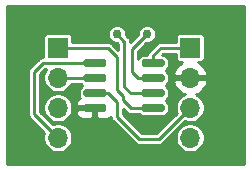
<source format=gtl>
%TF.GenerationSoftware,KiCad,Pcbnew,5.1.7+dfsg1-1*%
%TF.CreationDate,2020-10-30T20:21:54-04:00*%
%TF.ProjectId,fpga-game,66706761-2d67-4616-9d65-2e6b69636164,rev?*%
%TF.SameCoordinates,Original*%
%TF.FileFunction,Copper,L1,Top*%
%TF.FilePolarity,Positive*%
%FSLAX46Y46*%
G04 Gerber Fmt 4.6, Leading zero omitted, Abs format (unit mm)*
G04 Created by KiCad (PCBNEW 5.1.7+dfsg1-1) date 2020-10-30 20:21:54*
%MOMM*%
%LPD*%
G01*
G04 APERTURE LIST*
%TA.AperFunction,ComponentPad*%
%ADD10R,1.700000X1.700000*%
%TD*%
%TA.AperFunction,ComponentPad*%
%ADD11O,1.700000X1.700000*%
%TD*%
%TA.AperFunction,ViaPad*%
%ADD12C,0.762000*%
%TD*%
%TA.AperFunction,Conductor*%
%ADD13C,0.254000*%
%TD*%
%TA.AperFunction,Conductor*%
%ADD14C,0.250000*%
%TD*%
%TA.AperFunction,Conductor*%
%ADD15C,0.100000*%
%TD*%
G04 APERTURE END LIST*
D10*
%TO.P,J1,1*%
%TO.N,Net-(J1-Pad1)*%
X155027000Y-96400000D03*
D11*
%TO.P,J1,2*%
%TO.N,Net-(J1-Pad2)*%
X155027000Y-98940000D03*
%TO.P,J1,3*%
%TO.N,Net-(J1-Pad3)*%
X155027000Y-101480000D03*
%TO.P,J1,4*%
%TO.N,Net-(J1-Pad4)*%
X155027000Y-104020000D03*
%TD*%
%TO.P,J2,4*%
%TO.N,Net-(J2-Pad4)*%
X166227000Y-104020000D03*
%TO.P,J2,3*%
%TO.N,Net-(J2-Pad3)*%
X166227000Y-101480000D03*
%TO.P,J2,2*%
%TO.N,Net-(J2-Pad2)*%
X166227000Y-98940000D03*
D10*
%TO.P,J2,1*%
%TO.N,Net-(J2-Pad1)*%
X166227000Y-96400000D03*
%TD*%
%TO.P,U1,1*%
%TO.N,Net-(J1-Pad4)*%
%TA.AperFunction,SMDPad,CuDef*%
G36*
G01*
X157177000Y-97845000D02*
X157177000Y-97545000D01*
G75*
G02*
X157327000Y-97395000I150000J0D01*
G01*
X158977000Y-97395000D01*
G75*
G02*
X159127000Y-97545000I0J-150000D01*
G01*
X159127000Y-97845000D01*
G75*
G02*
X158977000Y-97995000I-150000J0D01*
G01*
X157327000Y-97995000D01*
G75*
G02*
X157177000Y-97845000I0J150000D01*
G01*
G37*
%TD.AperFunction*%
%TO.P,U1,2*%
%TO.N,Net-(J1-Pad2)*%
%TA.AperFunction,SMDPad,CuDef*%
G36*
G01*
X157177000Y-99115000D02*
X157177000Y-98815000D01*
G75*
G02*
X157327000Y-98665000I150000J0D01*
G01*
X158977000Y-98665000D01*
G75*
G02*
X159127000Y-98815000I0J-150000D01*
G01*
X159127000Y-99115000D01*
G75*
G02*
X158977000Y-99265000I-150000J0D01*
G01*
X157327000Y-99265000D01*
G75*
G02*
X157177000Y-99115000I0J150000D01*
G01*
G37*
%TD.AperFunction*%
%TO.P,U1,3*%
%TO.N,Net-(J2-Pad3)*%
%TA.AperFunction,SMDPad,CuDef*%
G36*
G01*
X157177000Y-100385000D02*
X157177000Y-100085000D01*
G75*
G02*
X157327000Y-99935000I150000J0D01*
G01*
X158977000Y-99935000D01*
G75*
G02*
X159127000Y-100085000I0J-150000D01*
G01*
X159127000Y-100385000D01*
G75*
G02*
X158977000Y-100535000I-150000J0D01*
G01*
X157327000Y-100535000D01*
G75*
G02*
X157177000Y-100385000I0J150000D01*
G01*
G37*
%TD.AperFunction*%
%TO.P,U1,4*%
%TO.N,Net-(J2-Pad2)*%
%TA.AperFunction,SMDPad,CuDef*%
G36*
G01*
X157177000Y-101655000D02*
X157177000Y-101355000D01*
G75*
G02*
X157327000Y-101205000I150000J0D01*
G01*
X158977000Y-101205000D01*
G75*
G02*
X159127000Y-101355000I0J-150000D01*
G01*
X159127000Y-101655000D01*
G75*
G02*
X158977000Y-101805000I-150000J0D01*
G01*
X157327000Y-101805000D01*
G75*
G02*
X157177000Y-101655000I0J150000D01*
G01*
G37*
%TD.AperFunction*%
%TO.P,U1,5*%
%TO.N,Net-(J1-Pad1)*%
%TA.AperFunction,SMDPad,CuDef*%
G36*
G01*
X162127000Y-101655000D02*
X162127000Y-101355000D01*
G75*
G02*
X162277000Y-101205000I150000J0D01*
G01*
X163927000Y-101205000D01*
G75*
G02*
X164077000Y-101355000I0J-150000D01*
G01*
X164077000Y-101655000D01*
G75*
G02*
X163927000Y-101805000I-150000J0D01*
G01*
X162277000Y-101805000D01*
G75*
G02*
X162127000Y-101655000I0J150000D01*
G01*
G37*
%TD.AperFunction*%
%TO.P,U1,6*%
%TO.N,Net-(J1-Pad3)*%
%TA.AperFunction,SMDPad,CuDef*%
G36*
G01*
X162127000Y-100385000D02*
X162127000Y-100085000D01*
G75*
G02*
X162277000Y-99935000I150000J0D01*
G01*
X163927000Y-99935000D01*
G75*
G02*
X164077000Y-100085000I0J-150000D01*
G01*
X164077000Y-100385000D01*
G75*
G02*
X163927000Y-100535000I-150000J0D01*
G01*
X162277000Y-100535000D01*
G75*
G02*
X162127000Y-100385000I0J150000D01*
G01*
G37*
%TD.AperFunction*%
%TO.P,U1,7*%
%TO.N,Net-(J2-Pad4)*%
%TA.AperFunction,SMDPad,CuDef*%
G36*
G01*
X162127000Y-99115000D02*
X162127000Y-98815000D01*
G75*
G02*
X162277000Y-98665000I150000J0D01*
G01*
X163927000Y-98665000D01*
G75*
G02*
X164077000Y-98815000I0J-150000D01*
G01*
X164077000Y-99115000D01*
G75*
G02*
X163927000Y-99265000I-150000J0D01*
G01*
X162277000Y-99265000D01*
G75*
G02*
X162127000Y-99115000I0J150000D01*
G01*
G37*
%TD.AperFunction*%
%TO.P,U1,8*%
%TO.N,Net-(J2-Pad1)*%
%TA.AperFunction,SMDPad,CuDef*%
G36*
G01*
X162127000Y-97845000D02*
X162127000Y-97545000D01*
G75*
G02*
X162277000Y-97395000I150000J0D01*
G01*
X163927000Y-97395000D01*
G75*
G02*
X164077000Y-97545000I0J-150000D01*
G01*
X164077000Y-97845000D01*
G75*
G02*
X163927000Y-97995000I-150000J0D01*
G01*
X162277000Y-97995000D01*
G75*
G02*
X162127000Y-97845000I0J150000D01*
G01*
G37*
%TD.AperFunction*%
%TD*%
D12*
%TO.N,Net-(J1-Pad3)*%
X160020000Y-95250000D03*
%TO.N,Net-(J2-Pad4)*%
X162560000Y-95250000D03*
%TD*%
D13*
%TO.N,Net-(J1-Pad1)*%
X163102000Y-101505000D02*
X161195000Y-101505000D01*
X160528010Y-100838010D02*
X160528010Y-100456990D01*
X161195000Y-101505000D02*
X160528010Y-100838010D01*
X160528010Y-100456990D02*
X160020000Y-99948980D01*
X160020000Y-99948980D02*
X160020000Y-97155000D01*
X159265000Y-96400000D02*
X155027000Y-96400000D01*
X160020000Y-97155000D02*
X159265000Y-96400000D01*
%TO.N,Net-(J1-Pad2)*%
X155052000Y-98965000D02*
X155027000Y-98940000D01*
X158152000Y-98965000D02*
X155052000Y-98965000D01*
D14*
%TO.N,Net-(J1-Pad3)*%
X163102000Y-100235000D02*
X162112000Y-100235000D01*
D13*
X163102000Y-100235000D02*
X161195000Y-100235000D01*
X161195000Y-100235000D02*
X160655000Y-99695000D01*
X160655000Y-99695000D02*
X160655000Y-97071566D01*
X160655000Y-95885000D02*
X160020000Y-95250000D01*
X160655000Y-97071566D02*
X160655000Y-95885000D01*
%TO.N,Net-(J1-Pad4)*%
X158152000Y-97695000D02*
X153765000Y-97695000D01*
X153765000Y-97695000D02*
X153035000Y-98425000D01*
X153035000Y-102028000D02*
X155027000Y-104020000D01*
X153035000Y-98425000D02*
X153035000Y-102028000D01*
D14*
%TO.N,Net-(J2-Pad4)*%
X163102000Y-98965000D02*
X162127000Y-98965000D01*
D13*
X163102000Y-98965000D02*
X161830000Y-98965000D01*
X161830000Y-98965000D02*
X161745990Y-98880990D01*
X161745990Y-98880990D02*
X161290000Y-98425000D01*
X161290000Y-98425000D02*
X161290000Y-96520000D01*
X161290000Y-96520000D02*
X162560000Y-95250000D01*
%TO.N,Net-(J2-Pad3)*%
X158152000Y-100235000D02*
X159290000Y-100235000D01*
X159290000Y-100235000D02*
X160020000Y-100965000D01*
X160020000Y-100965000D02*
X160020000Y-102235000D01*
X160020000Y-102235000D02*
X161925000Y-104140000D01*
X163567000Y-104140000D02*
X166227000Y-101480000D01*
X161925000Y-104140000D02*
X163567000Y-104140000D01*
D14*
%TO.N,Net-(J2-Pad1)*%
X166127000Y-96500000D02*
X166227000Y-96400000D01*
D13*
X163102000Y-97695000D02*
X163102000Y-97044800D01*
X163746800Y-96400000D02*
X166227000Y-96400000D01*
X163102000Y-97044800D02*
X163746800Y-96400000D01*
%TD*%
%TO.N,Net-(J2-Pad2)*%
X170802301Y-106286300D02*
X150761700Y-106286300D01*
X150761700Y-98425000D01*
X152524543Y-98425000D01*
X152527000Y-98449944D01*
X152527001Y-102003046D01*
X152524543Y-102028000D01*
X152531442Y-102098043D01*
X152534352Y-102127585D01*
X152552631Y-102187843D01*
X152563400Y-102223343D01*
X152610571Y-102311595D01*
X152630220Y-102335537D01*
X152674053Y-102388948D01*
X152693430Y-102404850D01*
X153874413Y-103585834D01*
X153843307Y-103660931D01*
X153796000Y-103898757D01*
X153796000Y-104141243D01*
X153843307Y-104379069D01*
X153936102Y-104603097D01*
X154070820Y-104804717D01*
X154242283Y-104976180D01*
X154443903Y-105110898D01*
X154667931Y-105203693D01*
X154905757Y-105251000D01*
X155148243Y-105251000D01*
X155386069Y-105203693D01*
X155610097Y-105110898D01*
X155811717Y-104976180D01*
X155983180Y-104804717D01*
X156117898Y-104603097D01*
X156210693Y-104379069D01*
X156258000Y-104141243D01*
X156258000Y-103898757D01*
X156210693Y-103660931D01*
X156117898Y-103436903D01*
X155983180Y-103235283D01*
X155811717Y-103063820D01*
X155610097Y-102929102D01*
X155386069Y-102836307D01*
X155148243Y-102789000D01*
X154905757Y-102789000D01*
X154667931Y-102836307D01*
X154592834Y-102867413D01*
X153543000Y-101817580D01*
X153543000Y-101358757D01*
X153796000Y-101358757D01*
X153796000Y-101601243D01*
X153843307Y-101839069D01*
X153936102Y-102063097D01*
X154070820Y-102264717D01*
X154242283Y-102436180D01*
X154443903Y-102570898D01*
X154667931Y-102663693D01*
X154905757Y-102711000D01*
X155148243Y-102711000D01*
X155386069Y-102663693D01*
X155610097Y-102570898D01*
X155811717Y-102436180D01*
X155983180Y-102264717D01*
X156117898Y-102063097D01*
X156210693Y-101839069D01*
X156217469Y-101805000D01*
X156538928Y-101805000D01*
X156551188Y-101929482D01*
X156587498Y-102049180D01*
X156646463Y-102159494D01*
X156725815Y-102256185D01*
X156822506Y-102335537D01*
X156932820Y-102394502D01*
X157052518Y-102430812D01*
X157177000Y-102443072D01*
X157866250Y-102440000D01*
X158025000Y-102281250D01*
X158025000Y-101632000D01*
X156700750Y-101632000D01*
X156542000Y-101790750D01*
X156538928Y-101805000D01*
X156217469Y-101805000D01*
X156258000Y-101601243D01*
X156258000Y-101358757D01*
X156210693Y-101120931D01*
X156117898Y-100896903D01*
X155983180Y-100695283D01*
X155811717Y-100523820D01*
X155610097Y-100389102D01*
X155386069Y-100296307D01*
X155148243Y-100249000D01*
X154905757Y-100249000D01*
X154667931Y-100296307D01*
X154443903Y-100389102D01*
X154242283Y-100523820D01*
X154070820Y-100695283D01*
X153936102Y-100896903D01*
X153843307Y-101120931D01*
X153796000Y-101358757D01*
X153543000Y-101358757D01*
X153543000Y-98635420D01*
X153975420Y-98203000D01*
X154038937Y-98203000D01*
X153936102Y-98356903D01*
X153843307Y-98580931D01*
X153796000Y-98818757D01*
X153796000Y-99061243D01*
X153843307Y-99299069D01*
X153936102Y-99523097D01*
X154070820Y-99724717D01*
X154242283Y-99896180D01*
X154443903Y-100030898D01*
X154667931Y-100123693D01*
X154905757Y-100171000D01*
X155148243Y-100171000D01*
X155386069Y-100123693D01*
X155610097Y-100030898D01*
X155811717Y-99896180D01*
X155983180Y-99724717D01*
X156117898Y-99523097D01*
X156138649Y-99473000D01*
X156934813Y-99473000D01*
X156950223Y-99491777D01*
X157030968Y-99558043D01*
X157109464Y-99600000D01*
X157030968Y-99641957D01*
X156950223Y-99708223D01*
X156883957Y-99788968D01*
X156834717Y-99881090D01*
X156804395Y-99981047D01*
X156794157Y-100085000D01*
X156794157Y-100385000D01*
X156804395Y-100488953D01*
X156834717Y-100588910D01*
X156867571Y-100650375D01*
X156822506Y-100674463D01*
X156725815Y-100753815D01*
X156646463Y-100850506D01*
X156587498Y-100960820D01*
X156551188Y-101080518D01*
X156538928Y-101205000D01*
X156542000Y-101219250D01*
X156700750Y-101378000D01*
X158025000Y-101378000D01*
X158025000Y-101358000D01*
X158279000Y-101358000D01*
X158279000Y-101378000D01*
X158299000Y-101378000D01*
X158299000Y-101632000D01*
X158279000Y-101632000D01*
X158279000Y-102281250D01*
X158437750Y-102440000D01*
X159127000Y-102443072D01*
X159251482Y-102430812D01*
X159371180Y-102394502D01*
X159481494Y-102335537D01*
X159516607Y-102306720D01*
X159519352Y-102334584D01*
X159548400Y-102430343D01*
X159595571Y-102518595D01*
X159638495Y-102570898D01*
X159659053Y-102595948D01*
X159678430Y-102611850D01*
X161548145Y-104481565D01*
X161564052Y-104500948D01*
X161641405Y-104564429D01*
X161729657Y-104611601D01*
X161825415Y-104640649D01*
X161900053Y-104648000D01*
X161900056Y-104648000D01*
X161925000Y-104650457D01*
X161949944Y-104648000D01*
X163542056Y-104648000D01*
X163567000Y-104650457D01*
X163591944Y-104648000D01*
X163591947Y-104648000D01*
X163666585Y-104640649D01*
X163762343Y-104611601D01*
X163850595Y-104564429D01*
X163927948Y-104500948D01*
X163943855Y-104481565D01*
X164526663Y-103898757D01*
X164996000Y-103898757D01*
X164996000Y-104141243D01*
X165043307Y-104379069D01*
X165136102Y-104603097D01*
X165270820Y-104804717D01*
X165442283Y-104976180D01*
X165643903Y-105110898D01*
X165867931Y-105203693D01*
X166105757Y-105251000D01*
X166348243Y-105251000D01*
X166586069Y-105203693D01*
X166810097Y-105110898D01*
X167011717Y-104976180D01*
X167183180Y-104804717D01*
X167317898Y-104603097D01*
X167410693Y-104379069D01*
X167458000Y-104141243D01*
X167458000Y-103898757D01*
X167410693Y-103660931D01*
X167317898Y-103436903D01*
X167183180Y-103235283D01*
X167011717Y-103063820D01*
X166810097Y-102929102D01*
X166586069Y-102836307D01*
X166348243Y-102789000D01*
X166105757Y-102789000D01*
X165867931Y-102836307D01*
X165643903Y-102929102D01*
X165442283Y-103063820D01*
X165270820Y-103235283D01*
X165136102Y-103436903D01*
X165043307Y-103660931D01*
X164996000Y-103898757D01*
X164526663Y-103898757D01*
X165792834Y-102632587D01*
X165867931Y-102663693D01*
X166105757Y-102711000D01*
X166348243Y-102711000D01*
X166586069Y-102663693D01*
X166810097Y-102570898D01*
X167011717Y-102436180D01*
X167183180Y-102264717D01*
X167317898Y-102063097D01*
X167410693Y-101839069D01*
X167458000Y-101601243D01*
X167458000Y-101358757D01*
X167410693Y-101120931D01*
X167317898Y-100896903D01*
X167183180Y-100695283D01*
X167011717Y-100523820D01*
X166810097Y-100389102D01*
X166695832Y-100341772D01*
X166858252Y-100284157D01*
X167108355Y-100135178D01*
X167324588Y-99940269D01*
X167498641Y-99706920D01*
X167623825Y-99444099D01*
X167668476Y-99296890D01*
X167547155Y-99067000D01*
X166354000Y-99067000D01*
X166354000Y-99087000D01*
X166100000Y-99087000D01*
X166100000Y-99067000D01*
X164906845Y-99067000D01*
X164785524Y-99296890D01*
X164830175Y-99444099D01*
X164955359Y-99706920D01*
X165129412Y-99940269D01*
X165345645Y-100135178D01*
X165595748Y-100284157D01*
X165758168Y-100341772D01*
X165643903Y-100389102D01*
X165442283Y-100523820D01*
X165270820Y-100695283D01*
X165136102Y-100896903D01*
X165043307Y-101120931D01*
X164996000Y-101358757D01*
X164996000Y-101601243D01*
X165043307Y-101839069D01*
X165074413Y-101914166D01*
X163356580Y-103632000D01*
X162135420Y-103632000D01*
X160528000Y-102024580D01*
X160528000Y-101556421D01*
X160818149Y-101846570D01*
X160834052Y-101865948D01*
X160853429Y-101881850D01*
X160911404Y-101929429D01*
X160999655Y-101976600D01*
X160999657Y-101976601D01*
X161095415Y-102005649D01*
X161170053Y-102013000D01*
X161170055Y-102013000D01*
X161194999Y-102015457D01*
X161219943Y-102013000D01*
X161884813Y-102013000D01*
X161900223Y-102031777D01*
X161980968Y-102098043D01*
X162073090Y-102147283D01*
X162173047Y-102177605D01*
X162277000Y-102187843D01*
X163927000Y-102187843D01*
X164030953Y-102177605D01*
X164130910Y-102147283D01*
X164223032Y-102098043D01*
X164303777Y-102031777D01*
X164370043Y-101951032D01*
X164419283Y-101858910D01*
X164449605Y-101758953D01*
X164459843Y-101655000D01*
X164459843Y-101355000D01*
X164449605Y-101251047D01*
X164419283Y-101151090D01*
X164370043Y-101058968D01*
X164303777Y-100978223D01*
X164223032Y-100911957D01*
X164144536Y-100870000D01*
X164223032Y-100828043D01*
X164303777Y-100761777D01*
X164370043Y-100681032D01*
X164419283Y-100588910D01*
X164449605Y-100488953D01*
X164459843Y-100385000D01*
X164459843Y-100085000D01*
X164449605Y-99981047D01*
X164419283Y-99881090D01*
X164370043Y-99788968D01*
X164303777Y-99708223D01*
X164223032Y-99641957D01*
X164144536Y-99600000D01*
X164223032Y-99558043D01*
X164303777Y-99491777D01*
X164370043Y-99411032D01*
X164419283Y-99318910D01*
X164449605Y-99218953D01*
X164459843Y-99115000D01*
X164459843Y-98815000D01*
X164449605Y-98711047D01*
X164419283Y-98611090D01*
X164370043Y-98518968D01*
X164303777Y-98438223D01*
X164223032Y-98371957D01*
X164144536Y-98330000D01*
X164223032Y-98288043D01*
X164303777Y-98221777D01*
X164370043Y-98141032D01*
X164419283Y-98048910D01*
X164449605Y-97948953D01*
X164459843Y-97845000D01*
X164459843Y-97545000D01*
X164449605Y-97441047D01*
X164419283Y-97341090D01*
X164370043Y-97248968D01*
X164303777Y-97168223D01*
X164223032Y-97101957D01*
X164130910Y-97052717D01*
X164030953Y-97022395D01*
X163927000Y-97012157D01*
X163853063Y-97012157D01*
X163957220Y-96908000D01*
X164994157Y-96908000D01*
X164994157Y-97250000D01*
X165001513Y-97324689D01*
X165023299Y-97396508D01*
X165058678Y-97462696D01*
X165106289Y-97520711D01*
X165164304Y-97568322D01*
X165230492Y-97603701D01*
X165302311Y-97625487D01*
X165377000Y-97632843D01*
X165533633Y-97632843D01*
X165345645Y-97744822D01*
X165129412Y-97939731D01*
X164955359Y-98173080D01*
X164830175Y-98435901D01*
X164785524Y-98583110D01*
X164906845Y-98813000D01*
X166100000Y-98813000D01*
X166100000Y-98793000D01*
X166354000Y-98793000D01*
X166354000Y-98813000D01*
X167547155Y-98813000D01*
X167668476Y-98583110D01*
X167623825Y-98435901D01*
X167498641Y-98173080D01*
X167324588Y-97939731D01*
X167108355Y-97744822D01*
X166920367Y-97632843D01*
X167077000Y-97632843D01*
X167151689Y-97625487D01*
X167223508Y-97603701D01*
X167289696Y-97568322D01*
X167347711Y-97520711D01*
X167395322Y-97462696D01*
X167430701Y-97396508D01*
X167452487Y-97324689D01*
X167459843Y-97250000D01*
X167459843Y-95550000D01*
X167452487Y-95475311D01*
X167430701Y-95403492D01*
X167395322Y-95337304D01*
X167347711Y-95279289D01*
X167289696Y-95231678D01*
X167223508Y-95196299D01*
X167151689Y-95174513D01*
X167077000Y-95167157D01*
X165377000Y-95167157D01*
X165302311Y-95174513D01*
X165230492Y-95196299D01*
X165164304Y-95231678D01*
X165106289Y-95279289D01*
X165058678Y-95337304D01*
X165023299Y-95403492D01*
X165001513Y-95475311D01*
X164994157Y-95550000D01*
X164994157Y-95892000D01*
X163771744Y-95892000D01*
X163746800Y-95889543D01*
X163721856Y-95892000D01*
X163721853Y-95892000D01*
X163647215Y-95899351D01*
X163551457Y-95928399D01*
X163510376Y-95950357D01*
X163463204Y-95975571D01*
X163454497Y-95982717D01*
X163385852Y-96039052D01*
X163369945Y-96058435D01*
X162760430Y-96667950D01*
X162741053Y-96683852D01*
X162725151Y-96703229D01*
X162725150Y-96703230D01*
X162677571Y-96761205D01*
X162649657Y-96813429D01*
X162630400Y-96849457D01*
X162601591Y-96944429D01*
X162601352Y-96945216D01*
X162594758Y-97012157D01*
X162277000Y-97012157D01*
X162173047Y-97022395D01*
X162073090Y-97052717D01*
X161980968Y-97101957D01*
X161900223Y-97168223D01*
X161833957Y-97248968D01*
X161798000Y-97316239D01*
X161798000Y-96730420D01*
X162516421Y-96012000D01*
X162635050Y-96012000D01*
X162782267Y-95982717D01*
X162920942Y-95925276D01*
X163045747Y-95841884D01*
X163151884Y-95735747D01*
X163235276Y-95610942D01*
X163292717Y-95472267D01*
X163322000Y-95325050D01*
X163322000Y-95174950D01*
X163292717Y-95027733D01*
X163235276Y-94889058D01*
X163151884Y-94764253D01*
X163045747Y-94658116D01*
X162920942Y-94574724D01*
X162782267Y-94517283D01*
X162635050Y-94488000D01*
X162484950Y-94488000D01*
X162337733Y-94517283D01*
X162199058Y-94574724D01*
X162074253Y-94658116D01*
X161968116Y-94764253D01*
X161884724Y-94889058D01*
X161827283Y-95027733D01*
X161798000Y-95174950D01*
X161798000Y-95293579D01*
X161163000Y-95928580D01*
X161163000Y-95909944D01*
X161165457Y-95885000D01*
X161163000Y-95860053D01*
X161155649Y-95785415D01*
X161126601Y-95689657D01*
X161079429Y-95601405D01*
X161015948Y-95524052D01*
X160996565Y-95508145D01*
X160782000Y-95293580D01*
X160782000Y-95174950D01*
X160752717Y-95027733D01*
X160695276Y-94889058D01*
X160611884Y-94764253D01*
X160505747Y-94658116D01*
X160380942Y-94574724D01*
X160242267Y-94517283D01*
X160095050Y-94488000D01*
X159944950Y-94488000D01*
X159797733Y-94517283D01*
X159659058Y-94574724D01*
X159534253Y-94658116D01*
X159428116Y-94764253D01*
X159344724Y-94889058D01*
X159287283Y-95027733D01*
X159258000Y-95174950D01*
X159258000Y-95325050D01*
X159287283Y-95472267D01*
X159344724Y-95610942D01*
X159428116Y-95735747D01*
X159534253Y-95841884D01*
X159659058Y-95925276D01*
X159797733Y-95982717D01*
X159944950Y-96012000D01*
X160063580Y-96012000D01*
X160147001Y-96095421D01*
X160147000Y-96563580D01*
X159641855Y-96058435D01*
X159625948Y-96039052D01*
X159548595Y-95975571D01*
X159460343Y-95928399D01*
X159364585Y-95899351D01*
X159289947Y-95892000D01*
X159289944Y-95892000D01*
X159265000Y-95889543D01*
X159240056Y-95892000D01*
X156259843Y-95892000D01*
X156259843Y-95550000D01*
X156252487Y-95475311D01*
X156230701Y-95403492D01*
X156195322Y-95337304D01*
X156147711Y-95279289D01*
X156089696Y-95231678D01*
X156023508Y-95196299D01*
X155951689Y-95174513D01*
X155877000Y-95167157D01*
X154177000Y-95167157D01*
X154102311Y-95174513D01*
X154030492Y-95196299D01*
X153964304Y-95231678D01*
X153906289Y-95279289D01*
X153858678Y-95337304D01*
X153823299Y-95403492D01*
X153801513Y-95475311D01*
X153794157Y-95550000D01*
X153794157Y-97187000D01*
X153789944Y-97187000D01*
X153765000Y-97184543D01*
X153740056Y-97187000D01*
X153740053Y-97187000D01*
X153665415Y-97194351D01*
X153569657Y-97223399D01*
X153528576Y-97245357D01*
X153481404Y-97270571D01*
X153453288Y-97293646D01*
X153404052Y-97334052D01*
X153388145Y-97353435D01*
X152693435Y-98048145D01*
X152674052Y-98064052D01*
X152610571Y-98141405D01*
X152563399Y-98229658D01*
X152534351Y-98325416D01*
X152527000Y-98400053D01*
X152524543Y-98425000D01*
X150761700Y-98425000D01*
X150761700Y-92849700D01*
X170802300Y-92849700D01*
X170802301Y-106286300D01*
%TA.AperFunction,Conductor*%
D15*
G36*
X170802301Y-106286300D02*
G01*
X150761700Y-106286300D01*
X150761700Y-98425000D01*
X152524543Y-98425000D01*
X152527000Y-98449944D01*
X152527001Y-102003046D01*
X152524543Y-102028000D01*
X152531442Y-102098043D01*
X152534352Y-102127585D01*
X152552631Y-102187843D01*
X152563400Y-102223343D01*
X152610571Y-102311595D01*
X152630220Y-102335537D01*
X152674053Y-102388948D01*
X152693430Y-102404850D01*
X153874413Y-103585834D01*
X153843307Y-103660931D01*
X153796000Y-103898757D01*
X153796000Y-104141243D01*
X153843307Y-104379069D01*
X153936102Y-104603097D01*
X154070820Y-104804717D01*
X154242283Y-104976180D01*
X154443903Y-105110898D01*
X154667931Y-105203693D01*
X154905757Y-105251000D01*
X155148243Y-105251000D01*
X155386069Y-105203693D01*
X155610097Y-105110898D01*
X155811717Y-104976180D01*
X155983180Y-104804717D01*
X156117898Y-104603097D01*
X156210693Y-104379069D01*
X156258000Y-104141243D01*
X156258000Y-103898757D01*
X156210693Y-103660931D01*
X156117898Y-103436903D01*
X155983180Y-103235283D01*
X155811717Y-103063820D01*
X155610097Y-102929102D01*
X155386069Y-102836307D01*
X155148243Y-102789000D01*
X154905757Y-102789000D01*
X154667931Y-102836307D01*
X154592834Y-102867413D01*
X153543000Y-101817580D01*
X153543000Y-101358757D01*
X153796000Y-101358757D01*
X153796000Y-101601243D01*
X153843307Y-101839069D01*
X153936102Y-102063097D01*
X154070820Y-102264717D01*
X154242283Y-102436180D01*
X154443903Y-102570898D01*
X154667931Y-102663693D01*
X154905757Y-102711000D01*
X155148243Y-102711000D01*
X155386069Y-102663693D01*
X155610097Y-102570898D01*
X155811717Y-102436180D01*
X155983180Y-102264717D01*
X156117898Y-102063097D01*
X156210693Y-101839069D01*
X156217469Y-101805000D01*
X156538928Y-101805000D01*
X156551188Y-101929482D01*
X156587498Y-102049180D01*
X156646463Y-102159494D01*
X156725815Y-102256185D01*
X156822506Y-102335537D01*
X156932820Y-102394502D01*
X157052518Y-102430812D01*
X157177000Y-102443072D01*
X157866250Y-102440000D01*
X158025000Y-102281250D01*
X158025000Y-101632000D01*
X156700750Y-101632000D01*
X156542000Y-101790750D01*
X156538928Y-101805000D01*
X156217469Y-101805000D01*
X156258000Y-101601243D01*
X156258000Y-101358757D01*
X156210693Y-101120931D01*
X156117898Y-100896903D01*
X155983180Y-100695283D01*
X155811717Y-100523820D01*
X155610097Y-100389102D01*
X155386069Y-100296307D01*
X155148243Y-100249000D01*
X154905757Y-100249000D01*
X154667931Y-100296307D01*
X154443903Y-100389102D01*
X154242283Y-100523820D01*
X154070820Y-100695283D01*
X153936102Y-100896903D01*
X153843307Y-101120931D01*
X153796000Y-101358757D01*
X153543000Y-101358757D01*
X153543000Y-98635420D01*
X153975420Y-98203000D01*
X154038937Y-98203000D01*
X153936102Y-98356903D01*
X153843307Y-98580931D01*
X153796000Y-98818757D01*
X153796000Y-99061243D01*
X153843307Y-99299069D01*
X153936102Y-99523097D01*
X154070820Y-99724717D01*
X154242283Y-99896180D01*
X154443903Y-100030898D01*
X154667931Y-100123693D01*
X154905757Y-100171000D01*
X155148243Y-100171000D01*
X155386069Y-100123693D01*
X155610097Y-100030898D01*
X155811717Y-99896180D01*
X155983180Y-99724717D01*
X156117898Y-99523097D01*
X156138649Y-99473000D01*
X156934813Y-99473000D01*
X156950223Y-99491777D01*
X157030968Y-99558043D01*
X157109464Y-99600000D01*
X157030968Y-99641957D01*
X156950223Y-99708223D01*
X156883957Y-99788968D01*
X156834717Y-99881090D01*
X156804395Y-99981047D01*
X156794157Y-100085000D01*
X156794157Y-100385000D01*
X156804395Y-100488953D01*
X156834717Y-100588910D01*
X156867571Y-100650375D01*
X156822506Y-100674463D01*
X156725815Y-100753815D01*
X156646463Y-100850506D01*
X156587498Y-100960820D01*
X156551188Y-101080518D01*
X156538928Y-101205000D01*
X156542000Y-101219250D01*
X156700750Y-101378000D01*
X158025000Y-101378000D01*
X158025000Y-101358000D01*
X158279000Y-101358000D01*
X158279000Y-101378000D01*
X158299000Y-101378000D01*
X158299000Y-101632000D01*
X158279000Y-101632000D01*
X158279000Y-102281250D01*
X158437750Y-102440000D01*
X159127000Y-102443072D01*
X159251482Y-102430812D01*
X159371180Y-102394502D01*
X159481494Y-102335537D01*
X159516607Y-102306720D01*
X159519352Y-102334584D01*
X159548400Y-102430343D01*
X159595571Y-102518595D01*
X159638495Y-102570898D01*
X159659053Y-102595948D01*
X159678430Y-102611850D01*
X161548145Y-104481565D01*
X161564052Y-104500948D01*
X161641405Y-104564429D01*
X161729657Y-104611601D01*
X161825415Y-104640649D01*
X161900053Y-104648000D01*
X161900056Y-104648000D01*
X161925000Y-104650457D01*
X161949944Y-104648000D01*
X163542056Y-104648000D01*
X163567000Y-104650457D01*
X163591944Y-104648000D01*
X163591947Y-104648000D01*
X163666585Y-104640649D01*
X163762343Y-104611601D01*
X163850595Y-104564429D01*
X163927948Y-104500948D01*
X163943855Y-104481565D01*
X164526663Y-103898757D01*
X164996000Y-103898757D01*
X164996000Y-104141243D01*
X165043307Y-104379069D01*
X165136102Y-104603097D01*
X165270820Y-104804717D01*
X165442283Y-104976180D01*
X165643903Y-105110898D01*
X165867931Y-105203693D01*
X166105757Y-105251000D01*
X166348243Y-105251000D01*
X166586069Y-105203693D01*
X166810097Y-105110898D01*
X167011717Y-104976180D01*
X167183180Y-104804717D01*
X167317898Y-104603097D01*
X167410693Y-104379069D01*
X167458000Y-104141243D01*
X167458000Y-103898757D01*
X167410693Y-103660931D01*
X167317898Y-103436903D01*
X167183180Y-103235283D01*
X167011717Y-103063820D01*
X166810097Y-102929102D01*
X166586069Y-102836307D01*
X166348243Y-102789000D01*
X166105757Y-102789000D01*
X165867931Y-102836307D01*
X165643903Y-102929102D01*
X165442283Y-103063820D01*
X165270820Y-103235283D01*
X165136102Y-103436903D01*
X165043307Y-103660931D01*
X164996000Y-103898757D01*
X164526663Y-103898757D01*
X165792834Y-102632587D01*
X165867931Y-102663693D01*
X166105757Y-102711000D01*
X166348243Y-102711000D01*
X166586069Y-102663693D01*
X166810097Y-102570898D01*
X167011717Y-102436180D01*
X167183180Y-102264717D01*
X167317898Y-102063097D01*
X167410693Y-101839069D01*
X167458000Y-101601243D01*
X167458000Y-101358757D01*
X167410693Y-101120931D01*
X167317898Y-100896903D01*
X167183180Y-100695283D01*
X167011717Y-100523820D01*
X166810097Y-100389102D01*
X166695832Y-100341772D01*
X166858252Y-100284157D01*
X167108355Y-100135178D01*
X167324588Y-99940269D01*
X167498641Y-99706920D01*
X167623825Y-99444099D01*
X167668476Y-99296890D01*
X167547155Y-99067000D01*
X166354000Y-99067000D01*
X166354000Y-99087000D01*
X166100000Y-99087000D01*
X166100000Y-99067000D01*
X164906845Y-99067000D01*
X164785524Y-99296890D01*
X164830175Y-99444099D01*
X164955359Y-99706920D01*
X165129412Y-99940269D01*
X165345645Y-100135178D01*
X165595748Y-100284157D01*
X165758168Y-100341772D01*
X165643903Y-100389102D01*
X165442283Y-100523820D01*
X165270820Y-100695283D01*
X165136102Y-100896903D01*
X165043307Y-101120931D01*
X164996000Y-101358757D01*
X164996000Y-101601243D01*
X165043307Y-101839069D01*
X165074413Y-101914166D01*
X163356580Y-103632000D01*
X162135420Y-103632000D01*
X160528000Y-102024580D01*
X160528000Y-101556421D01*
X160818149Y-101846570D01*
X160834052Y-101865948D01*
X160853429Y-101881850D01*
X160911404Y-101929429D01*
X160999655Y-101976600D01*
X160999657Y-101976601D01*
X161095415Y-102005649D01*
X161170053Y-102013000D01*
X161170055Y-102013000D01*
X161194999Y-102015457D01*
X161219943Y-102013000D01*
X161884813Y-102013000D01*
X161900223Y-102031777D01*
X161980968Y-102098043D01*
X162073090Y-102147283D01*
X162173047Y-102177605D01*
X162277000Y-102187843D01*
X163927000Y-102187843D01*
X164030953Y-102177605D01*
X164130910Y-102147283D01*
X164223032Y-102098043D01*
X164303777Y-102031777D01*
X164370043Y-101951032D01*
X164419283Y-101858910D01*
X164449605Y-101758953D01*
X164459843Y-101655000D01*
X164459843Y-101355000D01*
X164449605Y-101251047D01*
X164419283Y-101151090D01*
X164370043Y-101058968D01*
X164303777Y-100978223D01*
X164223032Y-100911957D01*
X164144536Y-100870000D01*
X164223032Y-100828043D01*
X164303777Y-100761777D01*
X164370043Y-100681032D01*
X164419283Y-100588910D01*
X164449605Y-100488953D01*
X164459843Y-100385000D01*
X164459843Y-100085000D01*
X164449605Y-99981047D01*
X164419283Y-99881090D01*
X164370043Y-99788968D01*
X164303777Y-99708223D01*
X164223032Y-99641957D01*
X164144536Y-99600000D01*
X164223032Y-99558043D01*
X164303777Y-99491777D01*
X164370043Y-99411032D01*
X164419283Y-99318910D01*
X164449605Y-99218953D01*
X164459843Y-99115000D01*
X164459843Y-98815000D01*
X164449605Y-98711047D01*
X164419283Y-98611090D01*
X164370043Y-98518968D01*
X164303777Y-98438223D01*
X164223032Y-98371957D01*
X164144536Y-98330000D01*
X164223032Y-98288043D01*
X164303777Y-98221777D01*
X164370043Y-98141032D01*
X164419283Y-98048910D01*
X164449605Y-97948953D01*
X164459843Y-97845000D01*
X164459843Y-97545000D01*
X164449605Y-97441047D01*
X164419283Y-97341090D01*
X164370043Y-97248968D01*
X164303777Y-97168223D01*
X164223032Y-97101957D01*
X164130910Y-97052717D01*
X164030953Y-97022395D01*
X163927000Y-97012157D01*
X163853063Y-97012157D01*
X163957220Y-96908000D01*
X164994157Y-96908000D01*
X164994157Y-97250000D01*
X165001513Y-97324689D01*
X165023299Y-97396508D01*
X165058678Y-97462696D01*
X165106289Y-97520711D01*
X165164304Y-97568322D01*
X165230492Y-97603701D01*
X165302311Y-97625487D01*
X165377000Y-97632843D01*
X165533633Y-97632843D01*
X165345645Y-97744822D01*
X165129412Y-97939731D01*
X164955359Y-98173080D01*
X164830175Y-98435901D01*
X164785524Y-98583110D01*
X164906845Y-98813000D01*
X166100000Y-98813000D01*
X166100000Y-98793000D01*
X166354000Y-98793000D01*
X166354000Y-98813000D01*
X167547155Y-98813000D01*
X167668476Y-98583110D01*
X167623825Y-98435901D01*
X167498641Y-98173080D01*
X167324588Y-97939731D01*
X167108355Y-97744822D01*
X166920367Y-97632843D01*
X167077000Y-97632843D01*
X167151689Y-97625487D01*
X167223508Y-97603701D01*
X167289696Y-97568322D01*
X167347711Y-97520711D01*
X167395322Y-97462696D01*
X167430701Y-97396508D01*
X167452487Y-97324689D01*
X167459843Y-97250000D01*
X167459843Y-95550000D01*
X167452487Y-95475311D01*
X167430701Y-95403492D01*
X167395322Y-95337304D01*
X167347711Y-95279289D01*
X167289696Y-95231678D01*
X167223508Y-95196299D01*
X167151689Y-95174513D01*
X167077000Y-95167157D01*
X165377000Y-95167157D01*
X165302311Y-95174513D01*
X165230492Y-95196299D01*
X165164304Y-95231678D01*
X165106289Y-95279289D01*
X165058678Y-95337304D01*
X165023299Y-95403492D01*
X165001513Y-95475311D01*
X164994157Y-95550000D01*
X164994157Y-95892000D01*
X163771744Y-95892000D01*
X163746800Y-95889543D01*
X163721856Y-95892000D01*
X163721853Y-95892000D01*
X163647215Y-95899351D01*
X163551457Y-95928399D01*
X163510376Y-95950357D01*
X163463204Y-95975571D01*
X163454497Y-95982717D01*
X163385852Y-96039052D01*
X163369945Y-96058435D01*
X162760430Y-96667950D01*
X162741053Y-96683852D01*
X162725151Y-96703229D01*
X162725150Y-96703230D01*
X162677571Y-96761205D01*
X162649657Y-96813429D01*
X162630400Y-96849457D01*
X162601591Y-96944429D01*
X162601352Y-96945216D01*
X162594758Y-97012157D01*
X162277000Y-97012157D01*
X162173047Y-97022395D01*
X162073090Y-97052717D01*
X161980968Y-97101957D01*
X161900223Y-97168223D01*
X161833957Y-97248968D01*
X161798000Y-97316239D01*
X161798000Y-96730420D01*
X162516421Y-96012000D01*
X162635050Y-96012000D01*
X162782267Y-95982717D01*
X162920942Y-95925276D01*
X163045747Y-95841884D01*
X163151884Y-95735747D01*
X163235276Y-95610942D01*
X163292717Y-95472267D01*
X163322000Y-95325050D01*
X163322000Y-95174950D01*
X163292717Y-95027733D01*
X163235276Y-94889058D01*
X163151884Y-94764253D01*
X163045747Y-94658116D01*
X162920942Y-94574724D01*
X162782267Y-94517283D01*
X162635050Y-94488000D01*
X162484950Y-94488000D01*
X162337733Y-94517283D01*
X162199058Y-94574724D01*
X162074253Y-94658116D01*
X161968116Y-94764253D01*
X161884724Y-94889058D01*
X161827283Y-95027733D01*
X161798000Y-95174950D01*
X161798000Y-95293579D01*
X161163000Y-95928580D01*
X161163000Y-95909944D01*
X161165457Y-95885000D01*
X161163000Y-95860053D01*
X161155649Y-95785415D01*
X161126601Y-95689657D01*
X161079429Y-95601405D01*
X161015948Y-95524052D01*
X160996565Y-95508145D01*
X160782000Y-95293580D01*
X160782000Y-95174950D01*
X160752717Y-95027733D01*
X160695276Y-94889058D01*
X160611884Y-94764253D01*
X160505747Y-94658116D01*
X160380942Y-94574724D01*
X160242267Y-94517283D01*
X160095050Y-94488000D01*
X159944950Y-94488000D01*
X159797733Y-94517283D01*
X159659058Y-94574724D01*
X159534253Y-94658116D01*
X159428116Y-94764253D01*
X159344724Y-94889058D01*
X159287283Y-95027733D01*
X159258000Y-95174950D01*
X159258000Y-95325050D01*
X159287283Y-95472267D01*
X159344724Y-95610942D01*
X159428116Y-95735747D01*
X159534253Y-95841884D01*
X159659058Y-95925276D01*
X159797733Y-95982717D01*
X159944950Y-96012000D01*
X160063580Y-96012000D01*
X160147001Y-96095421D01*
X160147000Y-96563580D01*
X159641855Y-96058435D01*
X159625948Y-96039052D01*
X159548595Y-95975571D01*
X159460343Y-95928399D01*
X159364585Y-95899351D01*
X159289947Y-95892000D01*
X159289944Y-95892000D01*
X159265000Y-95889543D01*
X159240056Y-95892000D01*
X156259843Y-95892000D01*
X156259843Y-95550000D01*
X156252487Y-95475311D01*
X156230701Y-95403492D01*
X156195322Y-95337304D01*
X156147711Y-95279289D01*
X156089696Y-95231678D01*
X156023508Y-95196299D01*
X155951689Y-95174513D01*
X155877000Y-95167157D01*
X154177000Y-95167157D01*
X154102311Y-95174513D01*
X154030492Y-95196299D01*
X153964304Y-95231678D01*
X153906289Y-95279289D01*
X153858678Y-95337304D01*
X153823299Y-95403492D01*
X153801513Y-95475311D01*
X153794157Y-95550000D01*
X153794157Y-97187000D01*
X153789944Y-97187000D01*
X153765000Y-97184543D01*
X153740056Y-97187000D01*
X153740053Y-97187000D01*
X153665415Y-97194351D01*
X153569657Y-97223399D01*
X153528576Y-97245357D01*
X153481404Y-97270571D01*
X153453288Y-97293646D01*
X153404052Y-97334052D01*
X153388145Y-97353435D01*
X152693435Y-98048145D01*
X152674052Y-98064052D01*
X152610571Y-98141405D01*
X152563399Y-98229658D01*
X152534351Y-98325416D01*
X152527000Y-98400053D01*
X152524543Y-98425000D01*
X150761700Y-98425000D01*
X150761700Y-92849700D01*
X170802300Y-92849700D01*
X170802301Y-106286300D01*
G37*
%TD.AperFunction*%
%TD*%
M02*

</source>
